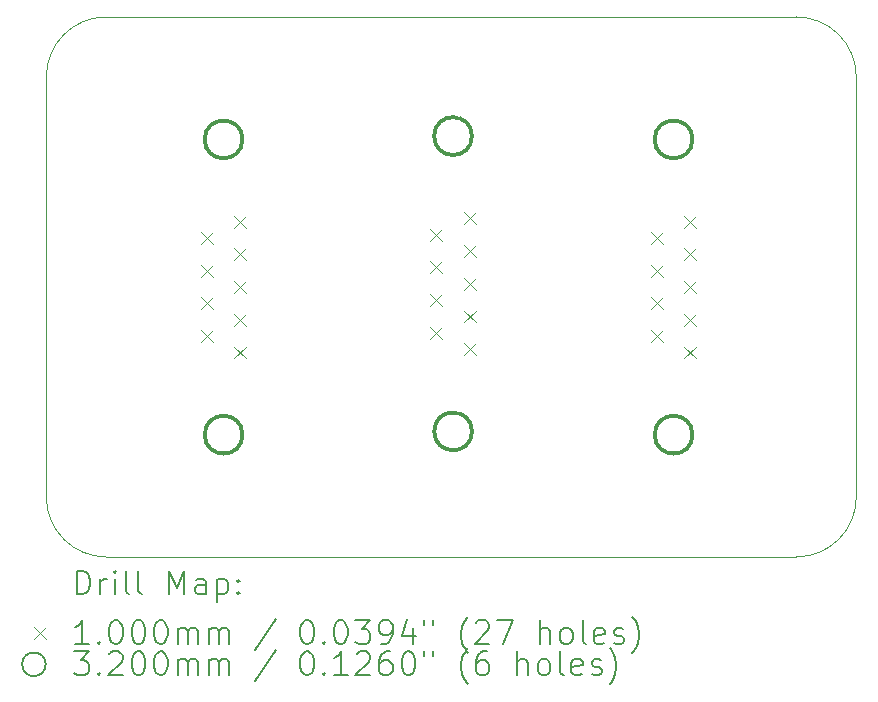
<source format=gbr>
%TF.GenerationSoftware,KiCad,Pcbnew,7.0.10*%
%TF.CreationDate,2024-01-28T20:05:48-07:00*%
%TF.ProjectId,CANBUS Breakout Board,43414e42-5553-4204-9272-65616b6f7574,rev?*%
%TF.SameCoordinates,Original*%
%TF.FileFunction,Drillmap*%
%TF.FilePolarity,Positive*%
%FSLAX45Y45*%
G04 Gerber Fmt 4.5, Leading zero omitted, Abs format (unit mm)*
G04 Created by KiCad (PCBNEW 7.0.10) date 2024-01-28 20:05:48*
%MOMM*%
%LPD*%
G01*
G04 APERTURE LIST*
%ADD10C,0.100000*%
%ADD11C,0.200000*%
%ADD12C,0.320000*%
G04 APERTURE END LIST*
D10*
X12446000Y-5588000D02*
G75*
G03*
X11938000Y-6096000I0J-508000D01*
G01*
X18288000Y-10160000D02*
G75*
G03*
X18796000Y-9652000I0J508000D01*
G01*
X12446000Y-5588000D02*
X18288000Y-5588000D01*
X18796000Y-6096000D02*
G75*
G03*
X18288000Y-5588000I-508000J0D01*
G01*
X11938000Y-6096000D02*
X11938000Y-9652000D01*
X11938000Y-9652000D02*
G75*
G03*
X12446000Y-10160000I508000J0D01*
G01*
X18796000Y-6096000D02*
X18796000Y-9652000D01*
X12446000Y-10160000D02*
X18288000Y-10160000D01*
D11*
D10*
X13247033Y-7409500D02*
X13347033Y-7509500D01*
X13347033Y-7409500D02*
X13247033Y-7509500D01*
X13247033Y-7686500D02*
X13347033Y-7786500D01*
X13347033Y-7686500D02*
X13247033Y-7786500D01*
X13247033Y-7963500D02*
X13347033Y-8063500D01*
X13347033Y-7963500D02*
X13247033Y-8063500D01*
X13247033Y-8240500D02*
X13347033Y-8340500D01*
X13347033Y-8240500D02*
X13247033Y-8340500D01*
X13531033Y-7271000D02*
X13631033Y-7371000D01*
X13631033Y-7271000D02*
X13531033Y-7371000D01*
X13531033Y-7548000D02*
X13631033Y-7648000D01*
X13631033Y-7548000D02*
X13531033Y-7648000D01*
X13531033Y-7825000D02*
X13631033Y-7925000D01*
X13631033Y-7825000D02*
X13531033Y-7925000D01*
X13531033Y-8102000D02*
X13631033Y-8202000D01*
X13631033Y-8102000D02*
X13531033Y-8202000D01*
X13531033Y-8379000D02*
X13631033Y-8479000D01*
X13631033Y-8379000D02*
X13531033Y-8479000D01*
X15190000Y-7381467D02*
X15290000Y-7481467D01*
X15290000Y-7381467D02*
X15190000Y-7481467D01*
X15190000Y-7658467D02*
X15290000Y-7758467D01*
X15290000Y-7658467D02*
X15190000Y-7758467D01*
X15190000Y-7935467D02*
X15290000Y-8035467D01*
X15290000Y-7935467D02*
X15190000Y-8035467D01*
X15190000Y-8212467D02*
X15290000Y-8312467D01*
X15290000Y-8212467D02*
X15190000Y-8312467D01*
X15474000Y-7242967D02*
X15574000Y-7342967D01*
X15574000Y-7242967D02*
X15474000Y-7342967D01*
X15474000Y-7519967D02*
X15574000Y-7619967D01*
X15574000Y-7519967D02*
X15474000Y-7619967D01*
X15474000Y-7796967D02*
X15574000Y-7896967D01*
X15574000Y-7796967D02*
X15474000Y-7896967D01*
X15474000Y-8073967D02*
X15574000Y-8173967D01*
X15574000Y-8073967D02*
X15474000Y-8173967D01*
X15474000Y-8350967D02*
X15574000Y-8450967D01*
X15574000Y-8350967D02*
X15474000Y-8450967D01*
X17057033Y-7409500D02*
X17157033Y-7509500D01*
X17157033Y-7409500D02*
X17057033Y-7509500D01*
X17057033Y-7686500D02*
X17157033Y-7786500D01*
X17157033Y-7686500D02*
X17057033Y-7786500D01*
X17057033Y-7963500D02*
X17157033Y-8063500D01*
X17157033Y-7963500D02*
X17057033Y-8063500D01*
X17057033Y-8240500D02*
X17157033Y-8340500D01*
X17157033Y-8240500D02*
X17057033Y-8340500D01*
X17341033Y-7271000D02*
X17441033Y-7371000D01*
X17441033Y-7271000D02*
X17341033Y-7371000D01*
X17341033Y-7548000D02*
X17441033Y-7648000D01*
X17441033Y-7548000D02*
X17341033Y-7648000D01*
X17341033Y-7825000D02*
X17441033Y-7925000D01*
X17441033Y-7825000D02*
X17341033Y-7925000D01*
X17341033Y-8102000D02*
X17441033Y-8202000D01*
X17441033Y-8102000D02*
X17341033Y-8202000D01*
X17341033Y-8379000D02*
X17441033Y-8479000D01*
X17441033Y-8379000D02*
X17341033Y-8479000D01*
D12*
X13599033Y-6625000D02*
G75*
G03*
X13279033Y-6625000I-160000J0D01*
G01*
X13279033Y-6625000D02*
G75*
G03*
X13599033Y-6625000I160000J0D01*
G01*
X13599033Y-9125000D02*
G75*
G03*
X13279033Y-9125000I-160000J0D01*
G01*
X13279033Y-9125000D02*
G75*
G03*
X13599033Y-9125000I160000J0D01*
G01*
X15542000Y-6596967D02*
G75*
G03*
X15222000Y-6596967I-160000J0D01*
G01*
X15222000Y-6596967D02*
G75*
G03*
X15542000Y-6596967I160000J0D01*
G01*
X15542000Y-9096967D02*
G75*
G03*
X15222000Y-9096967I-160000J0D01*
G01*
X15222000Y-9096967D02*
G75*
G03*
X15542000Y-9096967I160000J0D01*
G01*
X17409033Y-6625000D02*
G75*
G03*
X17089033Y-6625000I-160000J0D01*
G01*
X17089033Y-6625000D02*
G75*
G03*
X17409033Y-6625000I160000J0D01*
G01*
X17409033Y-9125000D02*
G75*
G03*
X17089033Y-9125000I-160000J0D01*
G01*
X17089033Y-9125000D02*
G75*
G03*
X17409033Y-9125000I160000J0D01*
G01*
D11*
X12193777Y-10476484D02*
X12193777Y-10276484D01*
X12193777Y-10276484D02*
X12241396Y-10276484D01*
X12241396Y-10276484D02*
X12269967Y-10286008D01*
X12269967Y-10286008D02*
X12289015Y-10305055D01*
X12289015Y-10305055D02*
X12298539Y-10324103D01*
X12298539Y-10324103D02*
X12308062Y-10362198D01*
X12308062Y-10362198D02*
X12308062Y-10390770D01*
X12308062Y-10390770D02*
X12298539Y-10428865D01*
X12298539Y-10428865D02*
X12289015Y-10447912D01*
X12289015Y-10447912D02*
X12269967Y-10466960D01*
X12269967Y-10466960D02*
X12241396Y-10476484D01*
X12241396Y-10476484D02*
X12193777Y-10476484D01*
X12393777Y-10476484D02*
X12393777Y-10343150D01*
X12393777Y-10381246D02*
X12403301Y-10362198D01*
X12403301Y-10362198D02*
X12412824Y-10352674D01*
X12412824Y-10352674D02*
X12431872Y-10343150D01*
X12431872Y-10343150D02*
X12450920Y-10343150D01*
X12517586Y-10476484D02*
X12517586Y-10343150D01*
X12517586Y-10276484D02*
X12508062Y-10286008D01*
X12508062Y-10286008D02*
X12517586Y-10295531D01*
X12517586Y-10295531D02*
X12527110Y-10286008D01*
X12527110Y-10286008D02*
X12517586Y-10276484D01*
X12517586Y-10276484D02*
X12517586Y-10295531D01*
X12641396Y-10476484D02*
X12622348Y-10466960D01*
X12622348Y-10466960D02*
X12612824Y-10447912D01*
X12612824Y-10447912D02*
X12612824Y-10276484D01*
X12746158Y-10476484D02*
X12727110Y-10466960D01*
X12727110Y-10466960D02*
X12717586Y-10447912D01*
X12717586Y-10447912D02*
X12717586Y-10276484D01*
X12974729Y-10476484D02*
X12974729Y-10276484D01*
X12974729Y-10276484D02*
X13041396Y-10419341D01*
X13041396Y-10419341D02*
X13108062Y-10276484D01*
X13108062Y-10276484D02*
X13108062Y-10476484D01*
X13289015Y-10476484D02*
X13289015Y-10371722D01*
X13289015Y-10371722D02*
X13279491Y-10352674D01*
X13279491Y-10352674D02*
X13260443Y-10343150D01*
X13260443Y-10343150D02*
X13222348Y-10343150D01*
X13222348Y-10343150D02*
X13203301Y-10352674D01*
X13289015Y-10466960D02*
X13269967Y-10476484D01*
X13269967Y-10476484D02*
X13222348Y-10476484D01*
X13222348Y-10476484D02*
X13203301Y-10466960D01*
X13203301Y-10466960D02*
X13193777Y-10447912D01*
X13193777Y-10447912D02*
X13193777Y-10428865D01*
X13193777Y-10428865D02*
X13203301Y-10409817D01*
X13203301Y-10409817D02*
X13222348Y-10400293D01*
X13222348Y-10400293D02*
X13269967Y-10400293D01*
X13269967Y-10400293D02*
X13289015Y-10390770D01*
X13384253Y-10343150D02*
X13384253Y-10543150D01*
X13384253Y-10352674D02*
X13403301Y-10343150D01*
X13403301Y-10343150D02*
X13441396Y-10343150D01*
X13441396Y-10343150D02*
X13460443Y-10352674D01*
X13460443Y-10352674D02*
X13469967Y-10362198D01*
X13469967Y-10362198D02*
X13479491Y-10381246D01*
X13479491Y-10381246D02*
X13479491Y-10438389D01*
X13479491Y-10438389D02*
X13469967Y-10457436D01*
X13469967Y-10457436D02*
X13460443Y-10466960D01*
X13460443Y-10466960D02*
X13441396Y-10476484D01*
X13441396Y-10476484D02*
X13403301Y-10476484D01*
X13403301Y-10476484D02*
X13384253Y-10466960D01*
X13565205Y-10457436D02*
X13574729Y-10466960D01*
X13574729Y-10466960D02*
X13565205Y-10476484D01*
X13565205Y-10476484D02*
X13555682Y-10466960D01*
X13555682Y-10466960D02*
X13565205Y-10457436D01*
X13565205Y-10457436D02*
X13565205Y-10476484D01*
X13565205Y-10352674D02*
X13574729Y-10362198D01*
X13574729Y-10362198D02*
X13565205Y-10371722D01*
X13565205Y-10371722D02*
X13555682Y-10362198D01*
X13555682Y-10362198D02*
X13565205Y-10352674D01*
X13565205Y-10352674D02*
X13565205Y-10371722D01*
D10*
X11833000Y-10755000D02*
X11933000Y-10855000D01*
X11933000Y-10755000D02*
X11833000Y-10855000D01*
D11*
X12298539Y-10896484D02*
X12184253Y-10896484D01*
X12241396Y-10896484D02*
X12241396Y-10696484D01*
X12241396Y-10696484D02*
X12222348Y-10725055D01*
X12222348Y-10725055D02*
X12203301Y-10744103D01*
X12203301Y-10744103D02*
X12184253Y-10753627D01*
X12384253Y-10877436D02*
X12393777Y-10886960D01*
X12393777Y-10886960D02*
X12384253Y-10896484D01*
X12384253Y-10896484D02*
X12374729Y-10886960D01*
X12374729Y-10886960D02*
X12384253Y-10877436D01*
X12384253Y-10877436D02*
X12384253Y-10896484D01*
X12517586Y-10696484D02*
X12536634Y-10696484D01*
X12536634Y-10696484D02*
X12555682Y-10706008D01*
X12555682Y-10706008D02*
X12565205Y-10715531D01*
X12565205Y-10715531D02*
X12574729Y-10734579D01*
X12574729Y-10734579D02*
X12584253Y-10772674D01*
X12584253Y-10772674D02*
X12584253Y-10820293D01*
X12584253Y-10820293D02*
X12574729Y-10858389D01*
X12574729Y-10858389D02*
X12565205Y-10877436D01*
X12565205Y-10877436D02*
X12555682Y-10886960D01*
X12555682Y-10886960D02*
X12536634Y-10896484D01*
X12536634Y-10896484D02*
X12517586Y-10896484D01*
X12517586Y-10896484D02*
X12498539Y-10886960D01*
X12498539Y-10886960D02*
X12489015Y-10877436D01*
X12489015Y-10877436D02*
X12479491Y-10858389D01*
X12479491Y-10858389D02*
X12469967Y-10820293D01*
X12469967Y-10820293D02*
X12469967Y-10772674D01*
X12469967Y-10772674D02*
X12479491Y-10734579D01*
X12479491Y-10734579D02*
X12489015Y-10715531D01*
X12489015Y-10715531D02*
X12498539Y-10706008D01*
X12498539Y-10706008D02*
X12517586Y-10696484D01*
X12708062Y-10696484D02*
X12727110Y-10696484D01*
X12727110Y-10696484D02*
X12746158Y-10706008D01*
X12746158Y-10706008D02*
X12755682Y-10715531D01*
X12755682Y-10715531D02*
X12765205Y-10734579D01*
X12765205Y-10734579D02*
X12774729Y-10772674D01*
X12774729Y-10772674D02*
X12774729Y-10820293D01*
X12774729Y-10820293D02*
X12765205Y-10858389D01*
X12765205Y-10858389D02*
X12755682Y-10877436D01*
X12755682Y-10877436D02*
X12746158Y-10886960D01*
X12746158Y-10886960D02*
X12727110Y-10896484D01*
X12727110Y-10896484D02*
X12708062Y-10896484D01*
X12708062Y-10896484D02*
X12689015Y-10886960D01*
X12689015Y-10886960D02*
X12679491Y-10877436D01*
X12679491Y-10877436D02*
X12669967Y-10858389D01*
X12669967Y-10858389D02*
X12660443Y-10820293D01*
X12660443Y-10820293D02*
X12660443Y-10772674D01*
X12660443Y-10772674D02*
X12669967Y-10734579D01*
X12669967Y-10734579D02*
X12679491Y-10715531D01*
X12679491Y-10715531D02*
X12689015Y-10706008D01*
X12689015Y-10706008D02*
X12708062Y-10696484D01*
X12898539Y-10696484D02*
X12917586Y-10696484D01*
X12917586Y-10696484D02*
X12936634Y-10706008D01*
X12936634Y-10706008D02*
X12946158Y-10715531D01*
X12946158Y-10715531D02*
X12955682Y-10734579D01*
X12955682Y-10734579D02*
X12965205Y-10772674D01*
X12965205Y-10772674D02*
X12965205Y-10820293D01*
X12965205Y-10820293D02*
X12955682Y-10858389D01*
X12955682Y-10858389D02*
X12946158Y-10877436D01*
X12946158Y-10877436D02*
X12936634Y-10886960D01*
X12936634Y-10886960D02*
X12917586Y-10896484D01*
X12917586Y-10896484D02*
X12898539Y-10896484D01*
X12898539Y-10896484D02*
X12879491Y-10886960D01*
X12879491Y-10886960D02*
X12869967Y-10877436D01*
X12869967Y-10877436D02*
X12860443Y-10858389D01*
X12860443Y-10858389D02*
X12850920Y-10820293D01*
X12850920Y-10820293D02*
X12850920Y-10772674D01*
X12850920Y-10772674D02*
X12860443Y-10734579D01*
X12860443Y-10734579D02*
X12869967Y-10715531D01*
X12869967Y-10715531D02*
X12879491Y-10706008D01*
X12879491Y-10706008D02*
X12898539Y-10696484D01*
X13050920Y-10896484D02*
X13050920Y-10763150D01*
X13050920Y-10782198D02*
X13060443Y-10772674D01*
X13060443Y-10772674D02*
X13079491Y-10763150D01*
X13079491Y-10763150D02*
X13108063Y-10763150D01*
X13108063Y-10763150D02*
X13127110Y-10772674D01*
X13127110Y-10772674D02*
X13136634Y-10791722D01*
X13136634Y-10791722D02*
X13136634Y-10896484D01*
X13136634Y-10791722D02*
X13146158Y-10772674D01*
X13146158Y-10772674D02*
X13165205Y-10763150D01*
X13165205Y-10763150D02*
X13193777Y-10763150D01*
X13193777Y-10763150D02*
X13212824Y-10772674D01*
X13212824Y-10772674D02*
X13222348Y-10791722D01*
X13222348Y-10791722D02*
X13222348Y-10896484D01*
X13317586Y-10896484D02*
X13317586Y-10763150D01*
X13317586Y-10782198D02*
X13327110Y-10772674D01*
X13327110Y-10772674D02*
X13346158Y-10763150D01*
X13346158Y-10763150D02*
X13374729Y-10763150D01*
X13374729Y-10763150D02*
X13393777Y-10772674D01*
X13393777Y-10772674D02*
X13403301Y-10791722D01*
X13403301Y-10791722D02*
X13403301Y-10896484D01*
X13403301Y-10791722D02*
X13412824Y-10772674D01*
X13412824Y-10772674D02*
X13431872Y-10763150D01*
X13431872Y-10763150D02*
X13460443Y-10763150D01*
X13460443Y-10763150D02*
X13479491Y-10772674D01*
X13479491Y-10772674D02*
X13489015Y-10791722D01*
X13489015Y-10791722D02*
X13489015Y-10896484D01*
X13879491Y-10686960D02*
X13708063Y-10944103D01*
X14136634Y-10696484D02*
X14155682Y-10696484D01*
X14155682Y-10696484D02*
X14174729Y-10706008D01*
X14174729Y-10706008D02*
X14184253Y-10715531D01*
X14184253Y-10715531D02*
X14193777Y-10734579D01*
X14193777Y-10734579D02*
X14203301Y-10772674D01*
X14203301Y-10772674D02*
X14203301Y-10820293D01*
X14203301Y-10820293D02*
X14193777Y-10858389D01*
X14193777Y-10858389D02*
X14184253Y-10877436D01*
X14184253Y-10877436D02*
X14174729Y-10886960D01*
X14174729Y-10886960D02*
X14155682Y-10896484D01*
X14155682Y-10896484D02*
X14136634Y-10896484D01*
X14136634Y-10896484D02*
X14117586Y-10886960D01*
X14117586Y-10886960D02*
X14108063Y-10877436D01*
X14108063Y-10877436D02*
X14098539Y-10858389D01*
X14098539Y-10858389D02*
X14089015Y-10820293D01*
X14089015Y-10820293D02*
X14089015Y-10772674D01*
X14089015Y-10772674D02*
X14098539Y-10734579D01*
X14098539Y-10734579D02*
X14108063Y-10715531D01*
X14108063Y-10715531D02*
X14117586Y-10706008D01*
X14117586Y-10706008D02*
X14136634Y-10696484D01*
X14289015Y-10877436D02*
X14298539Y-10886960D01*
X14298539Y-10886960D02*
X14289015Y-10896484D01*
X14289015Y-10896484D02*
X14279491Y-10886960D01*
X14279491Y-10886960D02*
X14289015Y-10877436D01*
X14289015Y-10877436D02*
X14289015Y-10896484D01*
X14422348Y-10696484D02*
X14441396Y-10696484D01*
X14441396Y-10696484D02*
X14460444Y-10706008D01*
X14460444Y-10706008D02*
X14469967Y-10715531D01*
X14469967Y-10715531D02*
X14479491Y-10734579D01*
X14479491Y-10734579D02*
X14489015Y-10772674D01*
X14489015Y-10772674D02*
X14489015Y-10820293D01*
X14489015Y-10820293D02*
X14479491Y-10858389D01*
X14479491Y-10858389D02*
X14469967Y-10877436D01*
X14469967Y-10877436D02*
X14460444Y-10886960D01*
X14460444Y-10886960D02*
X14441396Y-10896484D01*
X14441396Y-10896484D02*
X14422348Y-10896484D01*
X14422348Y-10896484D02*
X14403301Y-10886960D01*
X14403301Y-10886960D02*
X14393777Y-10877436D01*
X14393777Y-10877436D02*
X14384253Y-10858389D01*
X14384253Y-10858389D02*
X14374729Y-10820293D01*
X14374729Y-10820293D02*
X14374729Y-10772674D01*
X14374729Y-10772674D02*
X14384253Y-10734579D01*
X14384253Y-10734579D02*
X14393777Y-10715531D01*
X14393777Y-10715531D02*
X14403301Y-10706008D01*
X14403301Y-10706008D02*
X14422348Y-10696484D01*
X14555682Y-10696484D02*
X14679491Y-10696484D01*
X14679491Y-10696484D02*
X14612825Y-10772674D01*
X14612825Y-10772674D02*
X14641396Y-10772674D01*
X14641396Y-10772674D02*
X14660444Y-10782198D01*
X14660444Y-10782198D02*
X14669967Y-10791722D01*
X14669967Y-10791722D02*
X14679491Y-10810770D01*
X14679491Y-10810770D02*
X14679491Y-10858389D01*
X14679491Y-10858389D02*
X14669967Y-10877436D01*
X14669967Y-10877436D02*
X14660444Y-10886960D01*
X14660444Y-10886960D02*
X14641396Y-10896484D01*
X14641396Y-10896484D02*
X14584253Y-10896484D01*
X14584253Y-10896484D02*
X14565206Y-10886960D01*
X14565206Y-10886960D02*
X14555682Y-10877436D01*
X14774729Y-10896484D02*
X14812825Y-10896484D01*
X14812825Y-10896484D02*
X14831872Y-10886960D01*
X14831872Y-10886960D02*
X14841396Y-10877436D01*
X14841396Y-10877436D02*
X14860444Y-10848865D01*
X14860444Y-10848865D02*
X14869967Y-10810770D01*
X14869967Y-10810770D02*
X14869967Y-10734579D01*
X14869967Y-10734579D02*
X14860444Y-10715531D01*
X14860444Y-10715531D02*
X14850920Y-10706008D01*
X14850920Y-10706008D02*
X14831872Y-10696484D01*
X14831872Y-10696484D02*
X14793777Y-10696484D01*
X14793777Y-10696484D02*
X14774729Y-10706008D01*
X14774729Y-10706008D02*
X14765206Y-10715531D01*
X14765206Y-10715531D02*
X14755682Y-10734579D01*
X14755682Y-10734579D02*
X14755682Y-10782198D01*
X14755682Y-10782198D02*
X14765206Y-10801246D01*
X14765206Y-10801246D02*
X14774729Y-10810770D01*
X14774729Y-10810770D02*
X14793777Y-10820293D01*
X14793777Y-10820293D02*
X14831872Y-10820293D01*
X14831872Y-10820293D02*
X14850920Y-10810770D01*
X14850920Y-10810770D02*
X14860444Y-10801246D01*
X14860444Y-10801246D02*
X14869967Y-10782198D01*
X15041396Y-10763150D02*
X15041396Y-10896484D01*
X14993777Y-10686960D02*
X14946158Y-10829817D01*
X14946158Y-10829817D02*
X15069967Y-10829817D01*
X15136634Y-10696484D02*
X15136634Y-10734579D01*
X15212825Y-10696484D02*
X15212825Y-10734579D01*
X15508063Y-10972674D02*
X15498539Y-10963150D01*
X15498539Y-10963150D02*
X15479491Y-10934579D01*
X15479491Y-10934579D02*
X15469968Y-10915531D01*
X15469968Y-10915531D02*
X15460444Y-10886960D01*
X15460444Y-10886960D02*
X15450920Y-10839341D01*
X15450920Y-10839341D02*
X15450920Y-10801246D01*
X15450920Y-10801246D02*
X15460444Y-10753627D01*
X15460444Y-10753627D02*
X15469968Y-10725055D01*
X15469968Y-10725055D02*
X15479491Y-10706008D01*
X15479491Y-10706008D02*
X15498539Y-10677436D01*
X15498539Y-10677436D02*
X15508063Y-10667912D01*
X15574729Y-10715531D02*
X15584253Y-10706008D01*
X15584253Y-10706008D02*
X15603301Y-10696484D01*
X15603301Y-10696484D02*
X15650920Y-10696484D01*
X15650920Y-10696484D02*
X15669968Y-10706008D01*
X15669968Y-10706008D02*
X15679491Y-10715531D01*
X15679491Y-10715531D02*
X15689015Y-10734579D01*
X15689015Y-10734579D02*
X15689015Y-10753627D01*
X15689015Y-10753627D02*
X15679491Y-10782198D01*
X15679491Y-10782198D02*
X15565206Y-10896484D01*
X15565206Y-10896484D02*
X15689015Y-10896484D01*
X15755682Y-10696484D02*
X15889015Y-10696484D01*
X15889015Y-10696484D02*
X15803301Y-10896484D01*
X16117587Y-10896484D02*
X16117587Y-10696484D01*
X16203301Y-10896484D02*
X16203301Y-10791722D01*
X16203301Y-10791722D02*
X16193777Y-10772674D01*
X16193777Y-10772674D02*
X16174730Y-10763150D01*
X16174730Y-10763150D02*
X16146158Y-10763150D01*
X16146158Y-10763150D02*
X16127110Y-10772674D01*
X16127110Y-10772674D02*
X16117587Y-10782198D01*
X16327110Y-10896484D02*
X16308063Y-10886960D01*
X16308063Y-10886960D02*
X16298539Y-10877436D01*
X16298539Y-10877436D02*
X16289015Y-10858389D01*
X16289015Y-10858389D02*
X16289015Y-10801246D01*
X16289015Y-10801246D02*
X16298539Y-10782198D01*
X16298539Y-10782198D02*
X16308063Y-10772674D01*
X16308063Y-10772674D02*
X16327110Y-10763150D01*
X16327110Y-10763150D02*
X16355682Y-10763150D01*
X16355682Y-10763150D02*
X16374730Y-10772674D01*
X16374730Y-10772674D02*
X16384253Y-10782198D01*
X16384253Y-10782198D02*
X16393777Y-10801246D01*
X16393777Y-10801246D02*
X16393777Y-10858389D01*
X16393777Y-10858389D02*
X16384253Y-10877436D01*
X16384253Y-10877436D02*
X16374730Y-10886960D01*
X16374730Y-10886960D02*
X16355682Y-10896484D01*
X16355682Y-10896484D02*
X16327110Y-10896484D01*
X16508063Y-10896484D02*
X16489015Y-10886960D01*
X16489015Y-10886960D02*
X16479491Y-10867912D01*
X16479491Y-10867912D02*
X16479491Y-10696484D01*
X16660444Y-10886960D02*
X16641396Y-10896484D01*
X16641396Y-10896484D02*
X16603301Y-10896484D01*
X16603301Y-10896484D02*
X16584253Y-10886960D01*
X16584253Y-10886960D02*
X16574730Y-10867912D01*
X16574730Y-10867912D02*
X16574730Y-10791722D01*
X16574730Y-10791722D02*
X16584253Y-10772674D01*
X16584253Y-10772674D02*
X16603301Y-10763150D01*
X16603301Y-10763150D02*
X16641396Y-10763150D01*
X16641396Y-10763150D02*
X16660444Y-10772674D01*
X16660444Y-10772674D02*
X16669968Y-10791722D01*
X16669968Y-10791722D02*
X16669968Y-10810770D01*
X16669968Y-10810770D02*
X16574730Y-10829817D01*
X16746158Y-10886960D02*
X16765206Y-10896484D01*
X16765206Y-10896484D02*
X16803301Y-10896484D01*
X16803301Y-10896484D02*
X16822349Y-10886960D01*
X16822349Y-10886960D02*
X16831873Y-10867912D01*
X16831873Y-10867912D02*
X16831873Y-10858389D01*
X16831873Y-10858389D02*
X16822349Y-10839341D01*
X16822349Y-10839341D02*
X16803301Y-10829817D01*
X16803301Y-10829817D02*
X16774730Y-10829817D01*
X16774730Y-10829817D02*
X16755682Y-10820293D01*
X16755682Y-10820293D02*
X16746158Y-10801246D01*
X16746158Y-10801246D02*
X16746158Y-10791722D01*
X16746158Y-10791722D02*
X16755682Y-10772674D01*
X16755682Y-10772674D02*
X16774730Y-10763150D01*
X16774730Y-10763150D02*
X16803301Y-10763150D01*
X16803301Y-10763150D02*
X16822349Y-10772674D01*
X16898539Y-10972674D02*
X16908063Y-10963150D01*
X16908063Y-10963150D02*
X16927111Y-10934579D01*
X16927111Y-10934579D02*
X16936634Y-10915531D01*
X16936634Y-10915531D02*
X16946158Y-10886960D01*
X16946158Y-10886960D02*
X16955682Y-10839341D01*
X16955682Y-10839341D02*
X16955682Y-10801246D01*
X16955682Y-10801246D02*
X16946158Y-10753627D01*
X16946158Y-10753627D02*
X16936634Y-10725055D01*
X16936634Y-10725055D02*
X16927111Y-10706008D01*
X16927111Y-10706008D02*
X16908063Y-10677436D01*
X16908063Y-10677436D02*
X16898539Y-10667912D01*
X11933000Y-11069000D02*
G75*
G03*
X11733000Y-11069000I-100000J0D01*
G01*
X11733000Y-11069000D02*
G75*
G03*
X11933000Y-11069000I100000J0D01*
G01*
X12174729Y-10960484D02*
X12298539Y-10960484D01*
X12298539Y-10960484D02*
X12231872Y-11036674D01*
X12231872Y-11036674D02*
X12260443Y-11036674D01*
X12260443Y-11036674D02*
X12279491Y-11046198D01*
X12279491Y-11046198D02*
X12289015Y-11055722D01*
X12289015Y-11055722D02*
X12298539Y-11074770D01*
X12298539Y-11074770D02*
X12298539Y-11122389D01*
X12298539Y-11122389D02*
X12289015Y-11141436D01*
X12289015Y-11141436D02*
X12279491Y-11150960D01*
X12279491Y-11150960D02*
X12260443Y-11160484D01*
X12260443Y-11160484D02*
X12203301Y-11160484D01*
X12203301Y-11160484D02*
X12184253Y-11150960D01*
X12184253Y-11150960D02*
X12174729Y-11141436D01*
X12384253Y-11141436D02*
X12393777Y-11150960D01*
X12393777Y-11150960D02*
X12384253Y-11160484D01*
X12384253Y-11160484D02*
X12374729Y-11150960D01*
X12374729Y-11150960D02*
X12384253Y-11141436D01*
X12384253Y-11141436D02*
X12384253Y-11160484D01*
X12469967Y-10979531D02*
X12479491Y-10970008D01*
X12479491Y-10970008D02*
X12498539Y-10960484D01*
X12498539Y-10960484D02*
X12546158Y-10960484D01*
X12546158Y-10960484D02*
X12565205Y-10970008D01*
X12565205Y-10970008D02*
X12574729Y-10979531D01*
X12574729Y-10979531D02*
X12584253Y-10998579D01*
X12584253Y-10998579D02*
X12584253Y-11017627D01*
X12584253Y-11017627D02*
X12574729Y-11046198D01*
X12574729Y-11046198D02*
X12460443Y-11160484D01*
X12460443Y-11160484D02*
X12584253Y-11160484D01*
X12708062Y-10960484D02*
X12727110Y-10960484D01*
X12727110Y-10960484D02*
X12746158Y-10970008D01*
X12746158Y-10970008D02*
X12755682Y-10979531D01*
X12755682Y-10979531D02*
X12765205Y-10998579D01*
X12765205Y-10998579D02*
X12774729Y-11036674D01*
X12774729Y-11036674D02*
X12774729Y-11084293D01*
X12774729Y-11084293D02*
X12765205Y-11122389D01*
X12765205Y-11122389D02*
X12755682Y-11141436D01*
X12755682Y-11141436D02*
X12746158Y-11150960D01*
X12746158Y-11150960D02*
X12727110Y-11160484D01*
X12727110Y-11160484D02*
X12708062Y-11160484D01*
X12708062Y-11160484D02*
X12689015Y-11150960D01*
X12689015Y-11150960D02*
X12679491Y-11141436D01*
X12679491Y-11141436D02*
X12669967Y-11122389D01*
X12669967Y-11122389D02*
X12660443Y-11084293D01*
X12660443Y-11084293D02*
X12660443Y-11036674D01*
X12660443Y-11036674D02*
X12669967Y-10998579D01*
X12669967Y-10998579D02*
X12679491Y-10979531D01*
X12679491Y-10979531D02*
X12689015Y-10970008D01*
X12689015Y-10970008D02*
X12708062Y-10960484D01*
X12898539Y-10960484D02*
X12917586Y-10960484D01*
X12917586Y-10960484D02*
X12936634Y-10970008D01*
X12936634Y-10970008D02*
X12946158Y-10979531D01*
X12946158Y-10979531D02*
X12955682Y-10998579D01*
X12955682Y-10998579D02*
X12965205Y-11036674D01*
X12965205Y-11036674D02*
X12965205Y-11084293D01*
X12965205Y-11084293D02*
X12955682Y-11122389D01*
X12955682Y-11122389D02*
X12946158Y-11141436D01*
X12946158Y-11141436D02*
X12936634Y-11150960D01*
X12936634Y-11150960D02*
X12917586Y-11160484D01*
X12917586Y-11160484D02*
X12898539Y-11160484D01*
X12898539Y-11160484D02*
X12879491Y-11150960D01*
X12879491Y-11150960D02*
X12869967Y-11141436D01*
X12869967Y-11141436D02*
X12860443Y-11122389D01*
X12860443Y-11122389D02*
X12850920Y-11084293D01*
X12850920Y-11084293D02*
X12850920Y-11036674D01*
X12850920Y-11036674D02*
X12860443Y-10998579D01*
X12860443Y-10998579D02*
X12869967Y-10979531D01*
X12869967Y-10979531D02*
X12879491Y-10970008D01*
X12879491Y-10970008D02*
X12898539Y-10960484D01*
X13050920Y-11160484D02*
X13050920Y-11027150D01*
X13050920Y-11046198D02*
X13060443Y-11036674D01*
X13060443Y-11036674D02*
X13079491Y-11027150D01*
X13079491Y-11027150D02*
X13108063Y-11027150D01*
X13108063Y-11027150D02*
X13127110Y-11036674D01*
X13127110Y-11036674D02*
X13136634Y-11055722D01*
X13136634Y-11055722D02*
X13136634Y-11160484D01*
X13136634Y-11055722D02*
X13146158Y-11036674D01*
X13146158Y-11036674D02*
X13165205Y-11027150D01*
X13165205Y-11027150D02*
X13193777Y-11027150D01*
X13193777Y-11027150D02*
X13212824Y-11036674D01*
X13212824Y-11036674D02*
X13222348Y-11055722D01*
X13222348Y-11055722D02*
X13222348Y-11160484D01*
X13317586Y-11160484D02*
X13317586Y-11027150D01*
X13317586Y-11046198D02*
X13327110Y-11036674D01*
X13327110Y-11036674D02*
X13346158Y-11027150D01*
X13346158Y-11027150D02*
X13374729Y-11027150D01*
X13374729Y-11027150D02*
X13393777Y-11036674D01*
X13393777Y-11036674D02*
X13403301Y-11055722D01*
X13403301Y-11055722D02*
X13403301Y-11160484D01*
X13403301Y-11055722D02*
X13412824Y-11036674D01*
X13412824Y-11036674D02*
X13431872Y-11027150D01*
X13431872Y-11027150D02*
X13460443Y-11027150D01*
X13460443Y-11027150D02*
X13479491Y-11036674D01*
X13479491Y-11036674D02*
X13489015Y-11055722D01*
X13489015Y-11055722D02*
X13489015Y-11160484D01*
X13879491Y-10950960D02*
X13708063Y-11208103D01*
X14136634Y-10960484D02*
X14155682Y-10960484D01*
X14155682Y-10960484D02*
X14174729Y-10970008D01*
X14174729Y-10970008D02*
X14184253Y-10979531D01*
X14184253Y-10979531D02*
X14193777Y-10998579D01*
X14193777Y-10998579D02*
X14203301Y-11036674D01*
X14203301Y-11036674D02*
X14203301Y-11084293D01*
X14203301Y-11084293D02*
X14193777Y-11122389D01*
X14193777Y-11122389D02*
X14184253Y-11141436D01*
X14184253Y-11141436D02*
X14174729Y-11150960D01*
X14174729Y-11150960D02*
X14155682Y-11160484D01*
X14155682Y-11160484D02*
X14136634Y-11160484D01*
X14136634Y-11160484D02*
X14117586Y-11150960D01*
X14117586Y-11150960D02*
X14108063Y-11141436D01*
X14108063Y-11141436D02*
X14098539Y-11122389D01*
X14098539Y-11122389D02*
X14089015Y-11084293D01*
X14089015Y-11084293D02*
X14089015Y-11036674D01*
X14089015Y-11036674D02*
X14098539Y-10998579D01*
X14098539Y-10998579D02*
X14108063Y-10979531D01*
X14108063Y-10979531D02*
X14117586Y-10970008D01*
X14117586Y-10970008D02*
X14136634Y-10960484D01*
X14289015Y-11141436D02*
X14298539Y-11150960D01*
X14298539Y-11150960D02*
X14289015Y-11160484D01*
X14289015Y-11160484D02*
X14279491Y-11150960D01*
X14279491Y-11150960D02*
X14289015Y-11141436D01*
X14289015Y-11141436D02*
X14289015Y-11160484D01*
X14489015Y-11160484D02*
X14374729Y-11160484D01*
X14431872Y-11160484D02*
X14431872Y-10960484D01*
X14431872Y-10960484D02*
X14412825Y-10989055D01*
X14412825Y-10989055D02*
X14393777Y-11008103D01*
X14393777Y-11008103D02*
X14374729Y-11017627D01*
X14565206Y-10979531D02*
X14574729Y-10970008D01*
X14574729Y-10970008D02*
X14593777Y-10960484D01*
X14593777Y-10960484D02*
X14641396Y-10960484D01*
X14641396Y-10960484D02*
X14660444Y-10970008D01*
X14660444Y-10970008D02*
X14669967Y-10979531D01*
X14669967Y-10979531D02*
X14679491Y-10998579D01*
X14679491Y-10998579D02*
X14679491Y-11017627D01*
X14679491Y-11017627D02*
X14669967Y-11046198D01*
X14669967Y-11046198D02*
X14555682Y-11160484D01*
X14555682Y-11160484D02*
X14679491Y-11160484D01*
X14850920Y-10960484D02*
X14812825Y-10960484D01*
X14812825Y-10960484D02*
X14793777Y-10970008D01*
X14793777Y-10970008D02*
X14784253Y-10979531D01*
X14784253Y-10979531D02*
X14765206Y-11008103D01*
X14765206Y-11008103D02*
X14755682Y-11046198D01*
X14755682Y-11046198D02*
X14755682Y-11122389D01*
X14755682Y-11122389D02*
X14765206Y-11141436D01*
X14765206Y-11141436D02*
X14774729Y-11150960D01*
X14774729Y-11150960D02*
X14793777Y-11160484D01*
X14793777Y-11160484D02*
X14831872Y-11160484D01*
X14831872Y-11160484D02*
X14850920Y-11150960D01*
X14850920Y-11150960D02*
X14860444Y-11141436D01*
X14860444Y-11141436D02*
X14869967Y-11122389D01*
X14869967Y-11122389D02*
X14869967Y-11074770D01*
X14869967Y-11074770D02*
X14860444Y-11055722D01*
X14860444Y-11055722D02*
X14850920Y-11046198D01*
X14850920Y-11046198D02*
X14831872Y-11036674D01*
X14831872Y-11036674D02*
X14793777Y-11036674D01*
X14793777Y-11036674D02*
X14774729Y-11046198D01*
X14774729Y-11046198D02*
X14765206Y-11055722D01*
X14765206Y-11055722D02*
X14755682Y-11074770D01*
X14993777Y-10960484D02*
X15012825Y-10960484D01*
X15012825Y-10960484D02*
X15031872Y-10970008D01*
X15031872Y-10970008D02*
X15041396Y-10979531D01*
X15041396Y-10979531D02*
X15050920Y-10998579D01*
X15050920Y-10998579D02*
X15060444Y-11036674D01*
X15060444Y-11036674D02*
X15060444Y-11084293D01*
X15060444Y-11084293D02*
X15050920Y-11122389D01*
X15050920Y-11122389D02*
X15041396Y-11141436D01*
X15041396Y-11141436D02*
X15031872Y-11150960D01*
X15031872Y-11150960D02*
X15012825Y-11160484D01*
X15012825Y-11160484D02*
X14993777Y-11160484D01*
X14993777Y-11160484D02*
X14974729Y-11150960D01*
X14974729Y-11150960D02*
X14965206Y-11141436D01*
X14965206Y-11141436D02*
X14955682Y-11122389D01*
X14955682Y-11122389D02*
X14946158Y-11084293D01*
X14946158Y-11084293D02*
X14946158Y-11036674D01*
X14946158Y-11036674D02*
X14955682Y-10998579D01*
X14955682Y-10998579D02*
X14965206Y-10979531D01*
X14965206Y-10979531D02*
X14974729Y-10970008D01*
X14974729Y-10970008D02*
X14993777Y-10960484D01*
X15136634Y-10960484D02*
X15136634Y-10998579D01*
X15212825Y-10960484D02*
X15212825Y-10998579D01*
X15508063Y-11236674D02*
X15498539Y-11227150D01*
X15498539Y-11227150D02*
X15479491Y-11198579D01*
X15479491Y-11198579D02*
X15469968Y-11179531D01*
X15469968Y-11179531D02*
X15460444Y-11150960D01*
X15460444Y-11150960D02*
X15450920Y-11103341D01*
X15450920Y-11103341D02*
X15450920Y-11065246D01*
X15450920Y-11065246D02*
X15460444Y-11017627D01*
X15460444Y-11017627D02*
X15469968Y-10989055D01*
X15469968Y-10989055D02*
X15479491Y-10970008D01*
X15479491Y-10970008D02*
X15498539Y-10941436D01*
X15498539Y-10941436D02*
X15508063Y-10931912D01*
X15669968Y-10960484D02*
X15631872Y-10960484D01*
X15631872Y-10960484D02*
X15612825Y-10970008D01*
X15612825Y-10970008D02*
X15603301Y-10979531D01*
X15603301Y-10979531D02*
X15584253Y-11008103D01*
X15584253Y-11008103D02*
X15574729Y-11046198D01*
X15574729Y-11046198D02*
X15574729Y-11122389D01*
X15574729Y-11122389D02*
X15584253Y-11141436D01*
X15584253Y-11141436D02*
X15593777Y-11150960D01*
X15593777Y-11150960D02*
X15612825Y-11160484D01*
X15612825Y-11160484D02*
X15650920Y-11160484D01*
X15650920Y-11160484D02*
X15669968Y-11150960D01*
X15669968Y-11150960D02*
X15679491Y-11141436D01*
X15679491Y-11141436D02*
X15689015Y-11122389D01*
X15689015Y-11122389D02*
X15689015Y-11074770D01*
X15689015Y-11074770D02*
X15679491Y-11055722D01*
X15679491Y-11055722D02*
X15669968Y-11046198D01*
X15669968Y-11046198D02*
X15650920Y-11036674D01*
X15650920Y-11036674D02*
X15612825Y-11036674D01*
X15612825Y-11036674D02*
X15593777Y-11046198D01*
X15593777Y-11046198D02*
X15584253Y-11055722D01*
X15584253Y-11055722D02*
X15574729Y-11074770D01*
X15927110Y-11160484D02*
X15927110Y-10960484D01*
X16012825Y-11160484D02*
X16012825Y-11055722D01*
X16012825Y-11055722D02*
X16003301Y-11036674D01*
X16003301Y-11036674D02*
X15984253Y-11027150D01*
X15984253Y-11027150D02*
X15955682Y-11027150D01*
X15955682Y-11027150D02*
X15936634Y-11036674D01*
X15936634Y-11036674D02*
X15927110Y-11046198D01*
X16136634Y-11160484D02*
X16117587Y-11150960D01*
X16117587Y-11150960D02*
X16108063Y-11141436D01*
X16108063Y-11141436D02*
X16098539Y-11122389D01*
X16098539Y-11122389D02*
X16098539Y-11065246D01*
X16098539Y-11065246D02*
X16108063Y-11046198D01*
X16108063Y-11046198D02*
X16117587Y-11036674D01*
X16117587Y-11036674D02*
X16136634Y-11027150D01*
X16136634Y-11027150D02*
X16165206Y-11027150D01*
X16165206Y-11027150D02*
X16184253Y-11036674D01*
X16184253Y-11036674D02*
X16193777Y-11046198D01*
X16193777Y-11046198D02*
X16203301Y-11065246D01*
X16203301Y-11065246D02*
X16203301Y-11122389D01*
X16203301Y-11122389D02*
X16193777Y-11141436D01*
X16193777Y-11141436D02*
X16184253Y-11150960D01*
X16184253Y-11150960D02*
X16165206Y-11160484D01*
X16165206Y-11160484D02*
X16136634Y-11160484D01*
X16317587Y-11160484D02*
X16298539Y-11150960D01*
X16298539Y-11150960D02*
X16289015Y-11131912D01*
X16289015Y-11131912D02*
X16289015Y-10960484D01*
X16469968Y-11150960D02*
X16450920Y-11160484D01*
X16450920Y-11160484D02*
X16412825Y-11160484D01*
X16412825Y-11160484D02*
X16393777Y-11150960D01*
X16393777Y-11150960D02*
X16384253Y-11131912D01*
X16384253Y-11131912D02*
X16384253Y-11055722D01*
X16384253Y-11055722D02*
X16393777Y-11036674D01*
X16393777Y-11036674D02*
X16412825Y-11027150D01*
X16412825Y-11027150D02*
X16450920Y-11027150D01*
X16450920Y-11027150D02*
X16469968Y-11036674D01*
X16469968Y-11036674D02*
X16479491Y-11055722D01*
X16479491Y-11055722D02*
X16479491Y-11074770D01*
X16479491Y-11074770D02*
X16384253Y-11093817D01*
X16555682Y-11150960D02*
X16574730Y-11160484D01*
X16574730Y-11160484D02*
X16612825Y-11160484D01*
X16612825Y-11160484D02*
X16631872Y-11150960D01*
X16631872Y-11150960D02*
X16641396Y-11131912D01*
X16641396Y-11131912D02*
X16641396Y-11122389D01*
X16641396Y-11122389D02*
X16631872Y-11103341D01*
X16631872Y-11103341D02*
X16612825Y-11093817D01*
X16612825Y-11093817D02*
X16584253Y-11093817D01*
X16584253Y-11093817D02*
X16565206Y-11084293D01*
X16565206Y-11084293D02*
X16555682Y-11065246D01*
X16555682Y-11065246D02*
X16555682Y-11055722D01*
X16555682Y-11055722D02*
X16565206Y-11036674D01*
X16565206Y-11036674D02*
X16584253Y-11027150D01*
X16584253Y-11027150D02*
X16612825Y-11027150D01*
X16612825Y-11027150D02*
X16631872Y-11036674D01*
X16708063Y-11236674D02*
X16717587Y-11227150D01*
X16717587Y-11227150D02*
X16736634Y-11198579D01*
X16736634Y-11198579D02*
X16746158Y-11179531D01*
X16746158Y-11179531D02*
X16755682Y-11150960D01*
X16755682Y-11150960D02*
X16765206Y-11103341D01*
X16765206Y-11103341D02*
X16765206Y-11065246D01*
X16765206Y-11065246D02*
X16755682Y-11017627D01*
X16755682Y-11017627D02*
X16746158Y-10989055D01*
X16746158Y-10989055D02*
X16736634Y-10970008D01*
X16736634Y-10970008D02*
X16717587Y-10941436D01*
X16717587Y-10941436D02*
X16708063Y-10931912D01*
M02*

</source>
